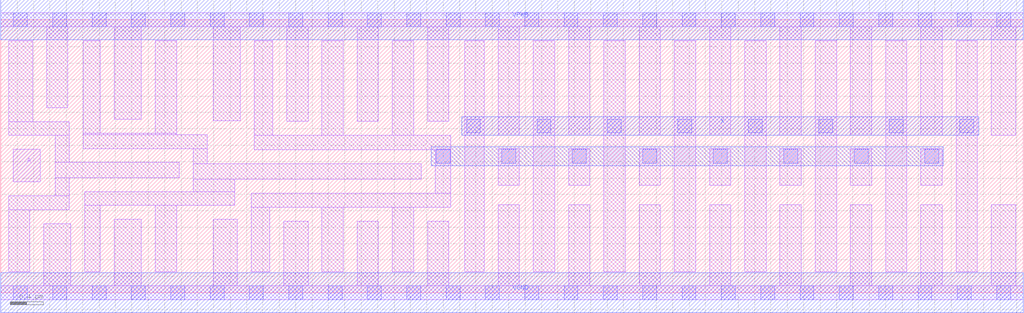
<source format=lef>
# Copyright 2020 The SkyWater PDK Authors
#
# Licensed under the Apache License, Version 2.0 (the "License");
# you may not use this file except in compliance with the License.
# You may obtain a copy of the License at
#
#     https://www.apache.org/licenses/LICENSE-2.0
#
# Unless required by applicable law or agreed to in writing, software
# distributed under the License is distributed on an "AS IS" BASIS,
# WITHOUT WARRANTIES OR CONDITIONS OF ANY KIND, either express or implied.
# See the License for the specific language governing permissions and
# limitations under the License.
#
# SPDX-License-Identifier: Apache-2.0

VERSION 5.7 ;
  NOWIREEXTENSIONATPIN ON ;
  DIVIDERCHAR "/" ;
  BUSBITCHARS "[]" ;
UNITS
  DATABASE MICRONS 200 ;
END UNITS
MACRO sky130_fd_sc_lp__bufbuf_16
  CLASS CORE ;
  FOREIGN sky130_fd_sc_lp__bufbuf_16 ;
  ORIGIN  0.000000  0.000000 ;
  SIZE  12.48000 BY  3.330000 ;
  SYMMETRY X Y R90 ;
  SITE unit ;
  PIN A
    ANTENNAGATEAREA  0.315000 ;
    DIRECTION INPUT ;
    USE SIGNAL ;
    PORT
      LAYER li1 ;
        RECT 0.155000 1.355000 0.485000 1.750000 ;
    END
  END A
  PIN X
    ANTENNADIFFAREA  4.704000 ;
    DIRECTION OUTPUT ;
    USE SIGNAL ;
    PORT
      LAYER met1 ;
        RECT 5.625000 1.920000 11.935000 2.150000 ;
    END
  END X
  PIN VGND
    DIRECTION INOUT ;
    USE GROUND ;
    PORT
      LAYER met1 ;
        RECT 0.000000 -0.245000 12.480000 0.245000 ;
    END
  END VGND
  PIN VPWR
    DIRECTION INOUT ;
    USE POWER ;
    PORT
      LAYER met1 ;
        RECT 0.000000 3.085000 12.480000 3.575000 ;
    END
  END VPWR
  OBS
    LAYER li1 ;
      RECT  0.000000 -0.085000 12.480000 0.085000 ;
      RECT  0.000000  3.245000 12.480000 3.415000 ;
      RECT  0.095000  0.255000  0.355000 1.015000 ;
      RECT  0.095000  1.015000  0.835000 1.185000 ;
      RECT  0.095000  1.920000  0.835000 2.090000 ;
      RECT  0.095000  2.090000  0.390000 3.075000 ;
      RECT  0.525000  0.085000  0.855000 0.845000 ;
      RECT  0.560000  2.260000  0.820000 3.245000 ;
      RECT  0.665000  1.185000  0.835000 1.405000 ;
      RECT  0.665000  1.405000  2.180000 1.590000 ;
      RECT  0.665000  1.590000  0.835000 1.920000 ;
      RECT  1.005000  1.760000  2.520000 1.930000 ;
      RECT  1.005000  1.930000  2.145000 1.945000 ;
      RECT  1.005000  1.945000  1.215000 3.075000 ;
      RECT  1.025000  0.255000  1.215000 1.065000 ;
      RECT  1.025000  1.065000  2.855000 1.235000 ;
      RECT  1.385000  0.085000  1.715000 0.895000 ;
      RECT  1.385000  2.115000  1.715000 3.245000 ;
      RECT  1.885000  0.255000  2.145000 1.065000 ;
      RECT  1.885000  1.945000  2.145000 3.075000 ;
      RECT  2.350000  1.235000  2.855000 1.385000 ;
      RECT  2.350000  1.385000  5.135000 1.575000 ;
      RECT  2.350000  1.575000  2.520000 1.760000 ;
      RECT  2.595000  0.085000  2.885000 0.895000 ;
      RECT  2.595000  2.100000  2.925000 3.245000 ;
      RECT  3.055000  0.255000  3.285000 1.045000 ;
      RECT  3.055000  1.045000  5.495000 1.215000 ;
      RECT  3.095000  1.745000  5.495000 1.925000 ;
      RECT  3.095000  1.925000  3.320000 3.075000 ;
      RECT  3.455000  0.085000  3.750000 0.875000 ;
      RECT  3.490000  2.095000  3.750000 3.245000 ;
      RECT  3.920000  0.255000  4.180000 1.045000 ;
      RECT  3.920000  1.925000  4.180000 3.075000 ;
      RECT  4.350000  0.085000  4.610000 0.875000 ;
      RECT  4.350000  2.095000  4.610000 3.245000 ;
      RECT  4.780000  0.255000  5.040000 1.045000 ;
      RECT  4.780000  1.925000  5.040000 3.075000 ;
      RECT  5.210000  0.085000  5.470000 0.875000 ;
      RECT  5.210000  2.095000  5.470000 3.245000 ;
      RECT  5.305000  1.215000  5.495000 1.745000 ;
      RECT  5.665000  0.255000  5.900000 3.075000 ;
      RECT  6.070000  0.085000  6.330000 1.075000 ;
      RECT  6.070000  1.315000  6.330000 1.755000 ;
      RECT  6.070000  1.925000  6.330000 3.245000 ;
      RECT  6.500000  0.255000  6.760000 3.075000 ;
      RECT  6.930000  0.085000  7.190000 1.075000 ;
      RECT  6.930000  1.315000  7.190000 1.755000 ;
      RECT  6.930000  1.925000  7.190000 3.245000 ;
      RECT  7.360000  0.255000  7.620000 3.075000 ;
      RECT  7.790000  0.085000  8.050000 1.075000 ;
      RECT  7.790000  1.315000  8.050000 1.755000 ;
      RECT  7.790000  1.925000  8.050000 3.245000 ;
      RECT  8.220000  0.255000  8.480000 3.075000 ;
      RECT  8.650000  0.085000  8.910000 1.075000 ;
      RECT  8.650000  1.315000  8.910000 1.755000 ;
      RECT  8.650000  1.925000  8.910000 3.245000 ;
      RECT  9.080000  0.255000  9.340000 3.075000 ;
      RECT  9.510000  0.085000  9.770000 1.075000 ;
      RECT  9.510000  1.315000  9.770000 1.755000 ;
      RECT  9.510000  1.925000  9.770000 3.245000 ;
      RECT  9.940000  0.255000 10.200000 3.075000 ;
      RECT 10.370000  0.085000 10.630000 1.075000 ;
      RECT 10.370000  1.315000 10.630000 1.755000 ;
      RECT 10.370000  1.925000 10.630000 3.245000 ;
      RECT 10.800000  0.255000 11.060000 3.075000 ;
      RECT 11.230000  0.085000 11.490000 1.075000 ;
      RECT 11.230000  1.315000 11.490000 1.755000 ;
      RECT 11.230000  1.925000 11.490000 3.245000 ;
      RECT 11.660000  0.255000 11.920000 3.075000 ;
      RECT 12.090000  0.085000 12.385000 1.075000 ;
      RECT 12.090000  1.925000 12.385000 3.245000 ;
    LAYER mcon ;
      RECT  0.155000 -0.085000  0.325000 0.085000 ;
      RECT  0.155000  3.245000  0.325000 3.415000 ;
      RECT  0.635000 -0.085000  0.805000 0.085000 ;
      RECT  0.635000  3.245000  0.805000 3.415000 ;
      RECT  1.115000 -0.085000  1.285000 0.085000 ;
      RECT  1.115000  3.245000  1.285000 3.415000 ;
      RECT  1.595000 -0.085000  1.765000 0.085000 ;
      RECT  1.595000  3.245000  1.765000 3.415000 ;
      RECT  2.075000 -0.085000  2.245000 0.085000 ;
      RECT  2.075000  3.245000  2.245000 3.415000 ;
      RECT  2.555000 -0.085000  2.725000 0.085000 ;
      RECT  2.555000  3.245000  2.725000 3.415000 ;
      RECT  3.035000 -0.085000  3.205000 0.085000 ;
      RECT  3.035000  3.245000  3.205000 3.415000 ;
      RECT  3.515000 -0.085000  3.685000 0.085000 ;
      RECT  3.515000  3.245000  3.685000 3.415000 ;
      RECT  3.995000 -0.085000  4.165000 0.085000 ;
      RECT  3.995000  3.245000  4.165000 3.415000 ;
      RECT  4.475000 -0.085000  4.645000 0.085000 ;
      RECT  4.475000  3.245000  4.645000 3.415000 ;
      RECT  4.955000 -0.085000  5.125000 0.085000 ;
      RECT  4.955000  3.245000  5.125000 3.415000 ;
      RECT  5.315000  1.580000  5.485000 1.750000 ;
      RECT  5.435000 -0.085000  5.605000 0.085000 ;
      RECT  5.435000  3.245000  5.605000 3.415000 ;
      RECT  5.685000  1.950000  5.855000 2.120000 ;
      RECT  5.915000 -0.085000  6.085000 0.085000 ;
      RECT  5.915000  3.245000  6.085000 3.415000 ;
      RECT  6.115000  1.580000  6.285000 1.750000 ;
      RECT  6.395000 -0.085000  6.565000 0.085000 ;
      RECT  6.395000  3.245000  6.565000 3.415000 ;
      RECT  6.545000  1.950000  6.715000 2.120000 ;
      RECT  6.875000 -0.085000  7.045000 0.085000 ;
      RECT  6.875000  3.245000  7.045000 3.415000 ;
      RECT  6.975000  1.580000  7.145000 1.750000 ;
      RECT  7.355000 -0.085000  7.525000 0.085000 ;
      RECT  7.355000  3.245000  7.525000 3.415000 ;
      RECT  7.405000  1.950000  7.575000 2.120000 ;
      RECT  7.835000 -0.085000  8.005000 0.085000 ;
      RECT  7.835000  1.580000  8.005000 1.750000 ;
      RECT  7.835000  3.245000  8.005000 3.415000 ;
      RECT  8.265000  1.950000  8.435000 2.120000 ;
      RECT  8.315000 -0.085000  8.485000 0.085000 ;
      RECT  8.315000  3.245000  8.485000 3.415000 ;
      RECT  8.695000  1.580000  8.865000 1.750000 ;
      RECT  8.795000 -0.085000  8.965000 0.085000 ;
      RECT  8.795000  3.245000  8.965000 3.415000 ;
      RECT  9.125000  1.950000  9.295000 2.120000 ;
      RECT  9.275000 -0.085000  9.445000 0.085000 ;
      RECT  9.275000  3.245000  9.445000 3.415000 ;
      RECT  9.555000  1.580000  9.725000 1.750000 ;
      RECT  9.755000 -0.085000  9.925000 0.085000 ;
      RECT  9.755000  3.245000  9.925000 3.415000 ;
      RECT  9.985000  1.950000 10.155000 2.120000 ;
      RECT 10.235000 -0.085000 10.405000 0.085000 ;
      RECT 10.235000  3.245000 10.405000 3.415000 ;
      RECT 10.415000  1.580000 10.585000 1.750000 ;
      RECT 10.715000 -0.085000 10.885000 0.085000 ;
      RECT 10.715000  3.245000 10.885000 3.415000 ;
      RECT 10.845000  1.950000 11.015000 2.120000 ;
      RECT 11.195000 -0.085000 11.365000 0.085000 ;
      RECT 11.195000  3.245000 11.365000 3.415000 ;
      RECT 11.275000  1.580000 11.445000 1.750000 ;
      RECT 11.675000 -0.085000 11.845000 0.085000 ;
      RECT 11.675000  3.245000 11.845000 3.415000 ;
      RECT 11.705000  1.950000 11.875000 2.120000 ;
      RECT 12.155000 -0.085000 12.325000 0.085000 ;
      RECT 12.155000  3.245000 12.325000 3.415000 ;
    LAYER met1 ;
      RECT 5.255000 1.550000 11.505000 1.780000 ;
  END
END sky130_fd_sc_lp__bufbuf_16
END LIBRARY

</source>
